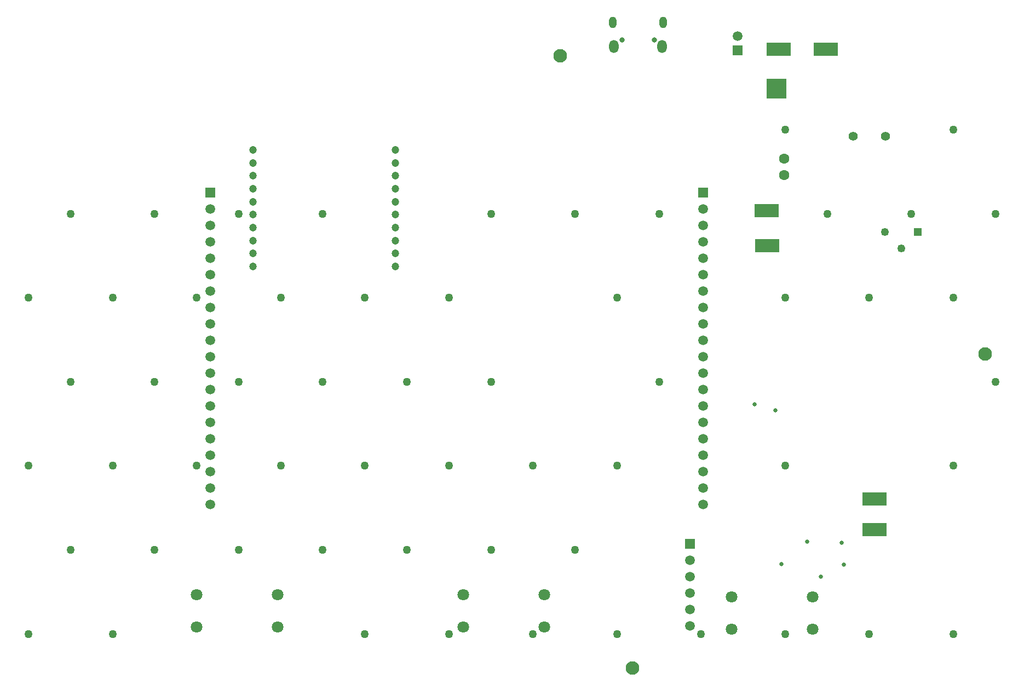
<source format=gbr>
%TF.GenerationSoftware,Altium Limited,Altium Designer,21.6.1 (37)*%
G04 Layer_Color=16711935*
%FSLAX43Y43*%
%MOMM*%
%TF.SameCoordinates,4DA2BED1-4599-47CA-9C3E-D857DBAA41EB*%
%TF.FilePolarity,Negative*%
%TF.FileFunction,Soldermask,Bot*%
%TF.Part,Single*%
G01*
G75*
%TA.AperFunction,SMDPad,CuDef*%
%ADD27R,3.100X3.100*%
%TA.AperFunction,ComponentPad*%
%ADD33C,2.100*%
%ADD34C,1.500*%
%ADD35C,1.200*%
%ADD36C,1.600*%
%ADD37C,1.800*%
%ADD38C,1.400*%
%ADD39R,1.500X1.500*%
%ADD40O,1.450X2.000*%
%ADD41O,1.150X1.800*%
%ADD42C,0.800*%
%ADD43R,1.250X1.250*%
%ADD44C,1.250*%
%TA.AperFunction,ViaPad*%
%ADD45C,0.650*%
%ADD46C,1.270*%
%ADD47C,0.750*%
%TA.AperFunction,SMDPad,CuDef*%
%ADD48R,3.800X2.030*%
D27*
X125684Y94384D02*
D03*
D33*
X92200Y99469D02*
D03*
X157899Y53324D02*
D03*
X103400Y4750D02*
D03*
D34*
X114341Y42735D02*
D03*
X119600Y102540D02*
D03*
X114341Y50355D02*
D03*
X112250Y11248D02*
D03*
Y13788D02*
D03*
Y16328D02*
D03*
Y18868D02*
D03*
Y21408D02*
D03*
X38131Y75755D02*
D03*
Y73215D02*
D03*
Y70675D02*
D03*
Y68135D02*
D03*
Y65595D02*
D03*
Y63055D02*
D03*
Y60515D02*
D03*
Y57975D02*
D03*
Y55435D02*
D03*
Y52895D02*
D03*
Y50355D02*
D03*
Y47815D02*
D03*
Y45275D02*
D03*
Y42735D02*
D03*
Y40195D02*
D03*
Y37655D02*
D03*
Y35115D02*
D03*
Y32575D02*
D03*
Y30035D02*
D03*
X114341D02*
D03*
Y32575D02*
D03*
Y35115D02*
D03*
Y37655D02*
D03*
Y40195D02*
D03*
Y45275D02*
D03*
Y47815D02*
D03*
Y52895D02*
D03*
Y55435D02*
D03*
Y57975D02*
D03*
Y60515D02*
D03*
Y63055D02*
D03*
Y65595D02*
D03*
Y68135D02*
D03*
Y70675D02*
D03*
Y73215D02*
D03*
Y75755D02*
D03*
D35*
X66750Y82870D02*
D03*
Y84870D02*
D03*
Y66870D02*
D03*
Y76870D02*
D03*
X44750Y84870D02*
D03*
Y82870D02*
D03*
Y80870D02*
D03*
Y78870D02*
D03*
Y76870D02*
D03*
Y72870D02*
D03*
Y68870D02*
D03*
Y66870D02*
D03*
X66750Y78870D02*
D03*
Y74870D02*
D03*
Y72870D02*
D03*
Y70870D02*
D03*
Y68870D02*
D03*
Y80870D02*
D03*
X44750Y70870D02*
D03*
Y74870D02*
D03*
D36*
X126821Y80975D02*
D03*
Y83515D02*
D03*
D37*
X36001Y16035D02*
D03*
X77251D02*
D03*
X118751Y15750D02*
D03*
X89751Y11035D02*
D03*
Y16035D02*
D03*
X77251Y11035D02*
D03*
X131251Y10750D02*
D03*
Y15750D02*
D03*
X118751Y10750D02*
D03*
X48501Y16035D02*
D03*
X36001Y11035D02*
D03*
X48501D02*
D03*
D38*
X137500Y87000D02*
D03*
X142500D02*
D03*
D39*
X112250Y23948D02*
D03*
X38131Y78295D02*
D03*
X119600Y100260D02*
D03*
X114341Y78295D02*
D03*
D40*
X107975Y100850D02*
D03*
X100525D02*
D03*
D41*
X108125Y104650D02*
D03*
X100375D02*
D03*
D42*
X106750Y101900D02*
D03*
X101750D02*
D03*
D43*
X147488Y72184D02*
D03*
D44*
X142408D02*
D03*
X144948Y69644D02*
D03*
D45*
X122276Y45550D02*
D03*
X125491Y44555D02*
D03*
X126375Y20806D02*
D03*
X132500Y18810D02*
D03*
X136078Y20706D02*
D03*
X135750Y24076D02*
D03*
X130375Y24267D02*
D03*
D46*
X127000Y10000D02*
D03*
X114000D02*
D03*
X153000Y88000D02*
D03*
X159500Y75000D02*
D03*
X153000Y62000D02*
D03*
X159500Y49000D02*
D03*
X153000Y36000D02*
D03*
Y10000D02*
D03*
X146500Y75000D02*
D03*
X140000Y62000D02*
D03*
Y10000D02*
D03*
X127000Y88000D02*
D03*
X133500Y75000D02*
D03*
X127000Y62000D02*
D03*
Y36000D02*
D03*
X107500Y75000D02*
D03*
X101000Y62000D02*
D03*
X107500Y49000D02*
D03*
X101000Y36000D02*
D03*
Y10000D02*
D03*
X94500Y75000D02*
D03*
X88000Y36000D02*
D03*
X94500Y23000D02*
D03*
X88000Y10000D02*
D03*
X81500Y75000D02*
D03*
X75000Y62000D02*
D03*
X81500Y49000D02*
D03*
X75000Y36000D02*
D03*
X81500Y23000D02*
D03*
X75000Y10000D02*
D03*
X62000Y62000D02*
D03*
X68500Y49000D02*
D03*
X62000Y36000D02*
D03*
X68500Y23000D02*
D03*
X62000Y10000D02*
D03*
X55500Y75000D02*
D03*
X49000Y62000D02*
D03*
X55500Y49000D02*
D03*
X49000Y36000D02*
D03*
X55500Y23000D02*
D03*
X42500Y75000D02*
D03*
X36000Y62000D02*
D03*
X42500Y49000D02*
D03*
X36000Y36000D02*
D03*
X42500Y23000D02*
D03*
X29500Y75000D02*
D03*
X23000Y62000D02*
D03*
X29500Y49000D02*
D03*
X23000Y36000D02*
D03*
X29500Y23000D02*
D03*
X23000Y10000D02*
D03*
X16500Y75000D02*
D03*
X10000Y62000D02*
D03*
X16500Y49000D02*
D03*
X10000Y36000D02*
D03*
X16500Y23000D02*
D03*
X10000Y10000D02*
D03*
D47*
X124684Y93384D02*
D03*
X125684D02*
D03*
X126684D02*
D03*
X124684Y94384D02*
D03*
Y95384D02*
D03*
X125684Y94384D02*
D03*
Y95384D02*
D03*
X126684Y94384D02*
D03*
Y95384D02*
D03*
D48*
X140800Y30869D02*
D03*
X126021Y100500D02*
D03*
X140800Y26100D02*
D03*
X133250Y100500D02*
D03*
X124195Y70086D02*
D03*
X124134Y75500D02*
D03*
%TF.MD5,43263724beedea6da01da5e2df136caf*%
M02*

</source>
